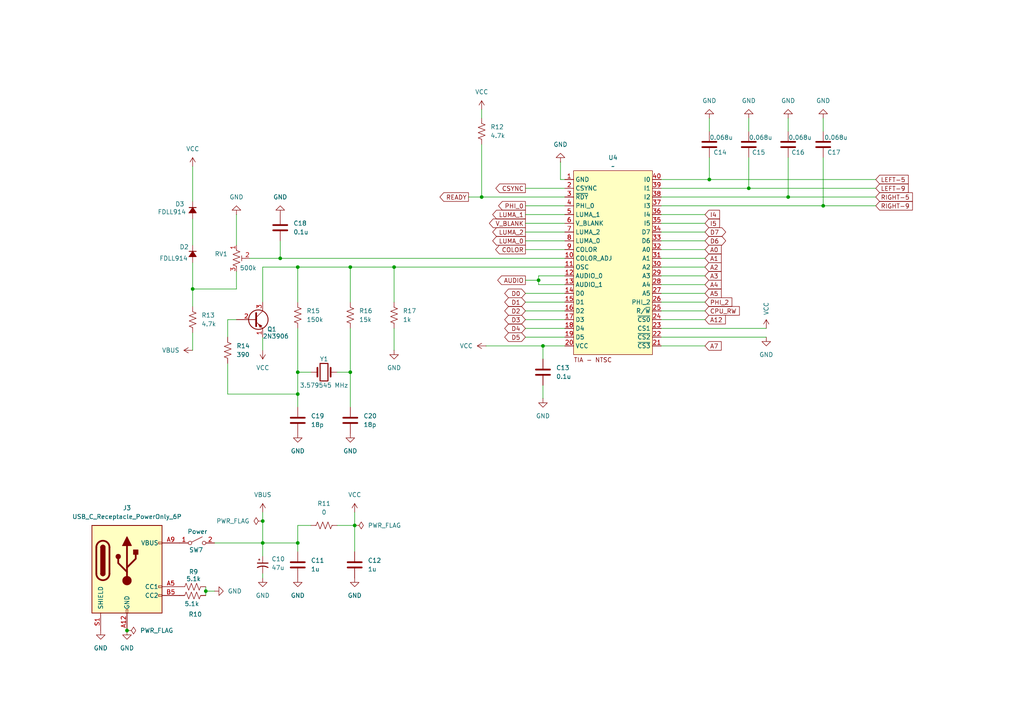
<source format=kicad_sch>
(kicad_sch (version 20231120) (generator "eeschema") (generator_version "8.0")
  (paper "A4")
  (lib_symbols
    (symbol "Atari2600_Library:TIA-NTSC"
      (property "Reference" "U" (at 0.762 1.016 0))
      (symbol "TIA-NTSC_1_1"
        (rectangle (start 0 0) (end 22.86 -53.34) (fill (type background)))
        (text "TIA - NTSC" (at 5.588 -54.864 0) (effects (font (size 1.27 1.27))))
        (pin power_in line (at -2.54 -2.54 0) (length 2.54) (name "GND") (number "1"))
        (pin input line (at -2.54 -25.4 0) (length 2.54) (name "COLOR_ADJ") (number "10"))
        (pin input line (at -2.54 -27.94 0) (length 2.54) (name "OSC") (number "11"))
        (pin output line (at -2.54 -30.48 0) (length 2.54) (name "AUDIO_0") (number "12"))
        (pin passive line (at -2.54 -33.02 0) (length 2.54) (name "AUDIO_1") (number "13"))
        (pin bidirectional line (at -2.54 -35.56 0) (length 2.54) (name "D0") (number "14"))
        (pin bidirectional line (at -2.54 -38.1 0) (length 2.54) (name "D1") (number "15"))
        (pin bidirectional line (at -2.54 -40.64 0) (length 2.54) (name "D2") (number "16"))
        (pin bidirectional line (at -2.54 -43.18 0) (length 2.54) (name "D3") (number "17"))
        (pin bidirectional line (at -2.54 -45.72 0) (length 2.54) (name "D4") (number "18"))
        (pin bidirectional line (at -2.54 -48.26 0) (length 2.54) (name "D5") (number "19"))
        (pin output line (at -2.54 -5.08 0) (length 2.54) (name "CSYNC") (number "2"))
        (pin power_in line (at -2.54 -50.8 0) (length 2.54) (name "VCC") (number "20"))
        (pin input line (at 25.4 -50.8 180) (length 2.54) (name "~{CS3}") (number "21"))
        (pin input line (at 25.4 -48.26 180) (length 2.54) (name "~{CS2}") (number "22"))
        (pin input line (at 25.4 -45.72 180) (length 2.54) (name "CS1") (number "23"))
        (pin input line (at 25.4 -43.18 180) (length 2.54) (name "~{CS0}") (number "24"))
        (pin input line (at 25.4 -40.64 180) (length 2.54) (name "R/~{W}") (number "25"))
        (pin input line (at 25.4 -38.1 180) (length 2.54) (name "PHI_2") (number "26"))
        (pin input line (at 25.4 -35.56 180) (length 2.54) (name "A5") (number "27"))
        (pin input line (at 25.4 -33.02 180) (length 2.54) (name "A4") (number "28"))
        (pin input line (at 25.4 -30.48 180) (length 2.54) (name "A3") (number "29"))
        (pin output line (at -2.54 -7.62 0) (length 2.54) (name "~{RDY}") (number "3"))
        (pin input line (at 25.4 -27.94 180) (length 2.54) (name "A2") (number "30"))
        (pin input line (at 25.4 -25.4 180) (length 2.54) (name "A1") (number "31"))
        (pin input line (at 25.4 -22.86 180) (length 2.54) (name "A0") (number "32"))
        (pin bidirectional line (at 25.4 -20.32 180) (length 2.54) (name "D6") (number "33"))
        (pin bidirectional line (at 25.4 -17.78 180) (length 2.54) (name "D7") (number "34"))
        (pin input line (at 25.4 -15.24 180) (length 2.54) (name "I5") (number "35"))
        (pin input line (at 25.4 -12.7 180) (length 2.54) (name "I4") (number "36"))
        (pin input line (at 25.4 -10.16 180) (length 2.54) (name "I3") (number "37"))
        (pin input line (at 25.4 -7.62 180) (length 2.54) (name "I2") (number "38"))
        (pin input line (at 25.4 -5.08 180) (length 2.54) (name "I1") (number "39"))
        (pin output line (at -2.54 -10.16 0) (length 2.54) (name "PHI_0") (number "4"))
        (pin input line (at 25.4 -2.54 180) (length 2.54) (name "I0") (number "40"))
        (pin output line (at -2.54 -12.7 0) (length 2.54) (name "LUMA_1") (number "5"))
        (pin output line (at -2.54 -15.24 0) (length 2.54) (name "V_BLANK") (number "6"))
        (pin output line (at -2.54 -17.78 0) (length 2.54) (name "LUMA_2") (number "7"))
        (pin output line (at -2.54 -20.32 0) (length 2.54) (name "LUMA_0") (number "8"))
        (pin output line (at -2.54 -22.86 0) (length 2.54) (name "COLOR") (number "9"))
      )
    )
    (symbol "Connector:USB_C_Receptacle_PowerOnly_6P" (pin_names (offset 1.016))
      (property "Reference" "J" (at 0 16.51 0))
      (property "Value" "USB_C_Receptacle_PowerOnly_6P" (at 0 13.97 0))
      (symbol "USB_C_Receptacle_PowerOnly_6P_0_0"
        (rectangle (start -0.254 -12.7) (end 0.254 -11.684))
        (rectangle (start 10.16 -7.366) (end 9.144 -7.874))
        (rectangle (start 10.16 -4.826) (end 9.144 -5.334))
        (rectangle (start 10.16 7.874) (end 9.144 7.366))
      )
      (symbol "USB_C_Receptacle_PowerOnly_6P_0_1"
        (rectangle (start -10.16 12.7) (end 10.16 -12.7) (stroke (width 0.254)) (fill (type background)))
        (arc (start -8.89 -1.27) (mid -6.985 -3.1667) (end -5.08 -1.27) (stroke (width 0.508)))
        (arc (start -7.62 -1.27) (mid -6.985 -1.9023) (end -6.35 -1.27) (stroke (width 0.254)))
        (arc (start -7.62 -1.27) (mid -6.985 -1.9023) (end -6.35 -1.27) (stroke (width 0.254)) (fill (type outline)))
        (rectangle (start -7.62 -1.27) (end -6.35 6.35) (stroke (width 0.254)) (fill (type outline)))
        (arc (start -6.35 6.35) (mid -6.985 6.9823) (end -7.62 6.35) (stroke (width 0.254)))
        (arc (start -6.35 6.35) (mid -6.985 6.9823) (end -7.62 6.35) (stroke (width 0.254)) (fill (type outline)))
        (arc (start -5.08 6.35) (mid -6.985 8.2467) (end -8.89 6.35) (stroke (width 0.508)))
        (circle (center -2.54 3.683) (radius 0.635) (stroke (width 0.254)) (fill (type outline)))
        (circle (center 0 -3.302) (radius 1.27) (fill (type outline)))
        (polyline (pts (xy -8.89 -1.27) (xy -8.89 6.35)) (stroke (width 0.508)))
        (polyline (pts (xy -5.08 6.35) (xy -5.08 -1.27)) (stroke (width 0.508)))
        (polyline (pts (xy 0 -3.302) (xy 0 6.858)) (stroke (width 0.508)))
        (polyline (pts (xy 0 -0.762) (xy -2.54 1.778) (xy -2.54 3.048)) (stroke (width 0.508)))
        (polyline (pts (xy 0 0.508) (xy 2.54 3.048) (xy 2.54 4.318)) (stroke (width 0.508)))
        (polyline (pts (xy -1.27 6.858) (xy 0 9.398) (xy 1.27 6.858) (xy -1.27 6.858)) (stroke (width 0.254)) (fill (type outline)))
        (rectangle (start 1.905 4.318) (end 3.175 5.588) (stroke (width 0.254)) (fill (type outline)))
      )
      (symbol "USB_C_Receptacle_PowerOnly_6P_1_1"
        (pin passive line (at 0 -17.78 90) (length 5.08) (name "GND") (number "A12"))
        (pin bidirectional line (at 15.24 -5.08 180) (length 5.08) (name "CC1") (number "A5"))
        (pin passive line (at 15.24 7.62 180) (length 5.08) (name "VBUS") (number "A9"))
        (pin passive line (at 0 -17.78 90) (length 5.08) hide (name "GND") (number "B12"))
        (pin bidirectional line (at 15.24 -7.62 180) (length 5.08) (name "CC2") (number "B5"))
        (pin passive line (at 15.24 7.62 180) (length 5.08) hide (name "VBUS") (number "B9"))
        (pin passive line (at -7.62 -17.78 90) (length 5.08) (name "SHIELD") (number "S1"))
      )
    )
    (symbol "Device:C" (pin_numbers hide) (pin_names (offset 0.254))
      (property "Reference" "C" (at 0.635 2.54 0))
      (property "Value" "C" (at 0.635 -2.54 0))
      (symbol "C_0_1"
        (polyline (pts (xy -2.032 -0.762) (xy 2.032 -0.762)) (stroke (width 0.508)))
        (polyline (pts (xy -2.032 0.762) (xy 2.032 0.762)) (stroke (width 0.508)))
      )
      (symbol "C_1_1"
        (pin passive line (at 0 3.81 270) (length 2.794) (name "~") (number "1"))
        (pin passive line (at 0 -3.81 90) (length 2.794) (name "~") (number "2"))
      )
    )
    (symbol "Device:C_Polarized_Small_US" (pin_numbers hide) (pin_names (offset 0.254) hide)
      (property "Reference" "C" (at 0.254 1.778 0))
      (property "Value" "C_Polarized_Small_US" (at 0.254 -2.032 0))
      (symbol "C_Polarized_Small_US_0_1"
        (polyline (pts (xy -1.524 0.508) (xy 1.524 0.508)) (stroke (width 0.3048)))
        (polyline (pts (xy -1.27 1.524) (xy -0.762 1.524)))
        (polyline (pts (xy -1.016 1.27) (xy -1.016 1.778)))
        (arc (start 1.524 -0.762) (mid 0 -0.3734) (end -1.524 -0.762) (stroke (width 0.3048)))
      )
      (symbol "C_Polarized_Small_US_1_1"
        (pin passive line (at 0 2.54 270) (length 2.032) (name "~") (number "1"))
        (pin passive line (at 0 -2.54 90) (length 2.032) (name "~") (number "2"))
      )
    )
    (symbol "Device:Crystal" (pin_numbers hide) (pin_names (offset 1.016) hide)
      (property "Reference" "Y" (at 0 3.81 0))
      (property "Value" "Crystal" (at 0 -3.81 0))
      (symbol "Crystal_0_1"
        (rectangle (start -1.143 2.54) (end 1.143 -2.54) (stroke (width 0.3048)))
        (polyline (pts (xy -2.54 0) (xy -1.905 0)))
        (polyline (pts (xy -1.905 -1.27) (xy -1.905 1.27)) (stroke (width 0.508)))
        (polyline (pts (xy 1.905 -1.27) (xy 1.905 1.27)) (stroke (width 0.508)))
        (polyline (pts (xy 2.54 0) (xy 1.905 0)))
      )
      (symbol "Crystal_1_1"
        (pin passive line (at -3.81 0 0) (length 1.27) (name "1") (number "1"))
        (pin passive line (at 3.81 0 180) (length 1.27) (name "2") (number "2"))
      )
    )
    (symbol "Device:D_Small_Filled" (pin_numbers hide) (pin_names (offset 0.254) hide)
      (property "Reference" "D" (at -1.27 2.032 0))
      (property "Value" "D_Small_Filled" (at -3.81 -2.032 0))
      (symbol "D_Small_Filled_0_1"
        (polyline (pts (xy -0.762 -1.016) (xy -0.762 1.016)) (stroke (width 0.254)))
        (polyline (pts (xy -0.762 0) (xy 0.762 0)))
        (polyline (pts (xy 0.762 -1.016) (xy -0.762 0) (xy 0.762 1.016) (xy 0.762 -1.016)) (stroke (width 0.254)) (fill (type outline)))
      )
      (symbol "D_Small_Filled_1_1"
        (pin passive line (at -2.54 0 0) (length 1.778) (name "K") (number "1"))
        (pin passive line (at 2.54 0 180) (length 1.778) (name "A") (number "2"))
      )
    )
    (symbol "Device:R_Potentiometer_Trim_US" (pin_names (offset 1.016) hide)
      (property "Reference" "RV" (at -4.445 0 90))
      (property "Value" "R_Potentiometer_Trim_US" (at -2.54 0 90))
      (symbol "R_Potentiometer_Trim_US_0_1"
        (polyline (pts (xy 0 -2.286) (xy 0 -2.54)))
        (polyline (pts (xy 0 2.286) (xy 0 2.54)))
        (polyline (pts (xy 1.524 0.762) (xy 1.524 -0.762)))
        (polyline (pts (xy 2.54 0) (xy 1.524 0)))
        (polyline (pts (xy 0 -0.762) (xy 1.016 -1.143) (xy 0 -1.524) (xy -1.016 -1.905) (xy 0 -2.286)))
        (polyline (pts (xy 0 0.762) (xy 1.016 0.381) (xy 0 0) (xy -1.016 -0.381) (xy 0 -0.762)))
        (polyline (pts (xy 0 2.286) (xy 1.016 1.905) (xy 0 1.524) (xy -1.016 1.143) (xy 0 0.762)))
      )
      (symbol "R_Potentiometer_Trim_US_1_1"
        (pin passive line (at 0 3.81 270) (length 1.27) (name "1") (number "1"))
        (pin passive line (at 3.81 0 180) (length 1.27) (name "2") (number "2"))
        (pin passive line (at 0 -3.81 90) (length 1.27) (name "3") (number "3"))
      )
    )
    (symbol "Device:R_US" (pin_numbers hide) (pin_names (offset 0))
      (property "Reference" "R" (at 2.54 0 90))
      (property "Value" "R_US" (at -2.54 0 90))
      (symbol "R_US_0_1"
        (polyline (pts (xy 0 -2.286) (xy 0 -2.54)))
        (polyline (pts (xy 0 2.286) (xy 0 2.54)))
        (polyline (pts (xy 0 -0.762) (xy 1.016 -1.143) (xy 0 -1.524) (xy -1.016 -1.905) (xy 0 -2.286)))
        (polyline (pts (xy 0 0.762) (xy 1.016 0.381) (xy 0 0) (xy -1.016 -0.381) (xy 0 -0.762)))
        (polyline (pts (xy 0 2.286) (xy 1.016 1.905) (xy 0 1.524) (xy -1.016 1.143) (xy 0 0.762)))
      )
      (symbol "R_US_1_1"
        (pin passive line (at 0 3.81 270) (length 1.27) (name "~") (number "1"))
        (pin passive line (at 0 -3.81 90) (length 1.27) (name "~") (number "2"))
      )
    )
    (symbol "Switch:SW_SPST" (pin_names (offset 0) hide)
      (property "Reference" "SW" (at 0 3.175 0))
      (property "Value" "SW_SPST" (at 0 -2.54 0))
      (symbol "SW_SPST_0_0"
        (circle (center -2.032 0) (radius 0.508))
        (polyline (pts (xy -1.524 0.254) (xy 1.524 1.778)))
        (circle (center 2.032 0) (radius 0.508))
      )
      (symbol "SW_SPST_1_1"
        (pin passive line (at -5.08 0 0) (length 2.54) (name "A") (number "1"))
        (pin passive line (at 5.08 0 180) (length 2.54) (name "B") (number "2"))
      )
    )
    (symbol "Transistor_BJT:2N3906" (pin_names (offset 0) hide)
      (property "Reference" "Q" (at 5.08 1.905 0))
      (property "Value" "2N3906" (at 5.08 0 0))
      (symbol "2N3906_0_1"
        (polyline (pts (xy 0.635 0.635) (xy 2.54 2.54)))
        (polyline (pts (xy 0.635 -0.635) (xy 2.54 -2.54) (xy 2.54 -2.54)))
        (polyline (pts (xy 0.635 1.905) (xy 0.635 -1.905) (xy 0.635 -1.905)) (stroke (width 0.508)))
        (polyline (pts (xy 2.286 -1.778) (xy 1.778 -2.286) (xy 1.27 -1.27) (xy 2.286 -1.778) (xy 2.286 -1.778)) (fill (type outline)))
        (circle (center 1.27 0) (radius 2.8194) (stroke (width 0.254)))
      )
      (symbol "2N3906_1_1"
        (pin passive line (at 2.54 -5.08 90) (length 2.54) (name "E") (number "1"))
        (pin input line (at -5.08 0 0) (length 5.715) (name "B") (number "2"))
        (pin passive line (at 2.54 5.08 270) (length 2.54) (name "C") (number "3"))
      )
    )
    (symbol "power:GND" (power) (pin_numbers hide) (pin_names (offset 0) hide)
      (property "Value" "GND" (at 0 -3.81 0))
      (symbol "GND_0_1"
        (polyline (pts (xy 0 0) (xy 0 -1.27) (xy 1.27 -1.27) (xy 0 -2.54) (xy -1.27 -1.27) (xy 0 -1.27)))
      )
      (symbol "GND_1_1"
        (pin power_in line (at 0 0 270) (length 0) (name "~") (number "1"))
      )
    )
    (symbol "power:PWR_FLAG" (power) (pin_numbers hide) (pin_names (offset 0) hide)
      (property "Value" "PWR_FLAG" (at 0 3.81 0))
      (symbol "PWR_FLAG_0_0"
        (pin power_out line (at 0 0 90) (length 0) (name "~") (number "1"))
      )
      (symbol "PWR_FLAG_0_1"
        (polyline (pts (xy 0 0) (xy 0 1.27) (xy -1.016 1.905) (xy 0 2.54) (xy 1.016 1.905) (xy 0 1.27)))
      )
    )
    (symbol "power:VBUS" (power) (pin_numbers hide) (pin_names (offset 0) hide)
      (property "Value" "VBUS" (at 0 3.556 0))
      (symbol "VBUS_0_1"
        (polyline (pts (xy -0.762 1.27) (xy 0 2.54)))
        (polyline (pts (xy 0 0) (xy 0 2.54)))
        (polyline (pts (xy 0 2.54) (xy 0.762 1.27)))
      )
      (symbol "VBUS_1_1"
        (pin power_in line (at 0 0 90) (length 0) (name "~") (number "1"))
      )
    )
    (symbol "power:VCC" (power) (pin_numbers hide) (pin_names (offset 0) hide)
      (property "Value" "VCC" (at 0 3.556 0))
      (symbol "VCC_0_1"
        (polyline (pts (xy -0.762 1.27) (xy 0 2.54)))
        (polyline (pts (xy 0 0) (xy 0 2.54)))
        (polyline (pts (xy 0 2.54) (xy 0.762 1.27)))
      )
      (symbol "VCC_1_1"
        (pin power_in line (at 0 0 90) (length 0) (name "~") (number "1"))
      )
    )
  )
  (junction (at 102.87 152.4))
  (junction (at 55.88 83.82))
  (junction (at 156.21 81.28))
  (junction (at 76.2 151.13))
  (junction (at 228.6 57.15))
  (junction (at 36.83 182.88))
  (junction (at 157.48 100.33))
  (junction (at 139.7 57.15))
  (junction (at 59.69 171.45))
  (junction (at 205.74 52.07))
  (junction (at 86.36 107.95))
  (junction (at 81.28 74.93))
  (junction (at 86.36 114.3))
  (junction (at 101.6 77.47))
  (junction (at 101.6 107.95))
  (junction (at 217.17 54.61))
  (junction (at 86.36 157.48))
  (junction (at 86.36 77.47))
  (junction (at 238.76 59.69))
  (junction (at 114.3 77.47))
  (junction (at 76.2 157.48))
  (wire (pts (xy 68.58 78.74) (xy 68.58 83.82)))
  (wire (pts (xy 217.17 45.72) (xy 217.17 54.61)))
  (wire (pts (xy 86.36 77.47) (xy 76.2 77.47)))
  (wire (pts (xy 86.36 107.95) (xy 86.36 114.3)))
  (wire (pts (xy 152.4 59.69) (xy 163.83 59.69)))
  (wire (pts (xy 152.4 95.25) (xy 163.83 95.25)))
  (wire (pts (xy 101.6 77.47) (xy 86.36 77.47)))
  (wire (pts (xy 76.2 151.13) (xy 76.2 157.48)))
  (wire (pts (xy 55.88 48.26) (xy 55.88 58.42)))
  (wire (pts (xy 191.77 87.63) (xy 204.47 87.63)))
  (wire (pts (xy 76.2 157.48) (xy 76.2 161.29)))
  (wire (pts (xy 86.36 157.48) (xy 86.36 160.02)))
  (wire (pts (xy 228.6 38.1) (xy 228.6 34.29)))
  (wire (pts (xy 140.97 100.33) (xy 157.48 100.33)))
  (wire (pts (xy 152.4 90.17) (xy 163.83 90.17)))
  (wire (pts (xy 163.83 74.93) (xy 81.28 74.93)))
  (wire (pts (xy 76.2 148.59) (xy 76.2 151.13)))
  (wire (pts (xy 191.77 72.39) (xy 204.47 72.39)))
  (wire (pts (xy 114.3 95.25) (xy 114.3 101.6)))
  (wire (pts (xy 152.4 97.79) (xy 163.83 97.79)))
  (wire (pts (xy 191.77 97.79) (xy 222.25 97.79)))
  (wire (pts (xy 101.6 95.25) (xy 101.6 107.95)))
  (wire (pts (xy 139.7 57.15) (xy 163.83 57.15)))
  (wire (pts (xy 162.56 46.99) (xy 162.56 52.07)))
  (wire (pts (xy 191.77 85.09) (xy 204.47 85.09)))
  (wire (pts (xy 162.56 52.07) (xy 163.83 52.07)))
  (wire (pts (xy 152.4 62.23) (xy 163.83 62.23)))
  (wire (pts (xy 152.4 85.09) (xy 163.83 85.09)))
  (wire (pts (xy 139.7 41.91) (xy 139.7 57.15)))
  (wire (pts (xy 191.77 54.61) (xy 217.17 54.61)))
  (wire (pts (xy 101.6 107.95) (xy 101.6 118.11)))
  (wire (pts (xy 191.77 69.85) (xy 204.47 69.85)))
  (wire (pts (xy 191.77 92.71) (xy 204.47 92.71)))
  (wire (pts (xy 102.87 148.59) (xy 102.87 152.4)))
  (wire (pts (xy 152.4 87.63) (xy 163.83 87.63)))
  (wire (pts (xy 59.69 170.18) (xy 59.69 171.45)))
  (wire (pts (xy 114.3 77.47) (xy 114.3 87.63)))
  (wire (pts (xy 86.36 152.4) (xy 90.17 152.4)))
  (wire (pts (xy 152.4 81.28) (xy 156.21 81.28)))
  (wire (pts (xy 152.4 64.77) (xy 163.83 64.77)))
  (wire (pts (xy 97.79 107.95) (xy 101.6 107.95)))
  (wire (pts (xy 152.4 69.85) (xy 163.83 69.85)))
  (wire (pts (xy 191.77 80.01) (xy 204.47 80.01)))
  (wire (pts (xy 55.88 96.52) (xy 55.88 101.6)))
  (wire (pts (xy 102.87 152.4) (xy 102.87 160.02)))
  (wire (pts (xy 156.21 80.01) (xy 163.83 80.01)))
  (wire (pts (xy 217.17 38.1) (xy 217.17 34.29)))
  (wire (pts (xy 76.2 97.79) (xy 76.2 101.6)))
  (wire (pts (xy 55.88 76.2) (xy 55.88 83.82)))
  (wire (pts (xy 191.77 59.69) (xy 238.76 59.69)))
  (wire (pts (xy 62.23 157.48) (xy 76.2 157.48)))
  (wire (pts (xy 191.77 82.55) (xy 204.47 82.55)))
  (wire (pts (xy 191.77 57.15) (xy 228.6 57.15)))
  (wire (pts (xy 191.77 95.25) (xy 222.25 95.25)))
  (wire (pts (xy 101.6 77.47) (xy 101.6 87.63)))
  (wire (pts (xy 76.2 167.64) (xy 76.2 166.37)))
  (wire (pts (xy 191.77 77.47) (xy 204.47 77.47)))
  (wire (pts (xy 238.76 45.72) (xy 238.76 59.69)))
  (wire (pts (xy 139.7 31.75) (xy 139.7 34.29)))
  (wire (pts (xy 152.4 54.61) (xy 163.83 54.61)))
  (wire (pts (xy 114.3 77.47) (xy 101.6 77.47)))
  (wire (pts (xy 191.77 74.93) (xy 204.47 74.93)))
  (wire (pts (xy 152.4 92.71) (xy 163.83 92.71)))
  (wire (pts (xy 157.48 111.76) (xy 157.48 115.57)))
  (wire (pts (xy 97.79 152.4) (xy 102.87 152.4)))
  (wire (pts (xy 86.36 95.25) (xy 86.36 107.95)))
  (wire (pts (xy 191.77 67.31) (xy 204.47 67.31)))
  (wire (pts (xy 86.36 114.3) (xy 66.04 114.3)))
  (wire (pts (xy 217.17 54.61) (xy 254 54.61)))
  (wire (pts (xy 86.36 77.47) (xy 86.36 87.63)))
  (wire (pts (xy 228.6 45.72) (xy 228.6 57.15)))
  (wire (pts (xy 68.58 62.23) (xy 68.58 71.12)))
  (wire (pts (xy 76.2 77.47) (xy 76.2 87.63)))
  (wire (pts (xy 59.69 171.45) (xy 59.69 172.72)))
  (wire (pts (xy 55.88 83.82) (xy 55.88 88.9)))
  (wire (pts (xy 66.04 92.71) (xy 66.04 97.79)))
  (wire (pts (xy 156.21 82.55) (xy 156.21 81.28)))
  (wire (pts (xy 86.36 157.48) (xy 86.36 152.4)))
  (wire (pts (xy 163.83 77.47) (xy 114.3 77.47)))
  (wire (pts (xy 205.74 52.07) (xy 254 52.07)))
  (wire (pts (xy 205.74 45.72) (xy 205.74 52.07)))
  (wire (pts (xy 152.4 67.31) (xy 163.83 67.31)))
  (wire (pts (xy 135.89 57.15) (xy 139.7 57.15)))
  (wire (pts (xy 191.77 64.77) (xy 204.47 64.77)))
  (wire (pts (xy 86.36 107.95) (xy 90.17 107.95)))
  (wire (pts (xy 55.88 83.82) (xy 68.58 83.82)))
  (wire (pts (xy 228.6 57.15) (xy 254 57.15)))
  (wire (pts (xy 191.77 100.33) (xy 204.47 100.33)))
  (wire (pts (xy 205.74 38.1) (xy 205.74 34.29)))
  (wire (pts (xy 81.28 69.85) (xy 81.28 74.93)))
  (wire (pts (xy 238.76 59.69) (xy 254 59.69)))
  (wire (pts (xy 191.77 62.23) (xy 204.47 62.23)))
  (wire (pts (xy 238.76 38.1) (xy 238.76 34.29)))
  (wire (pts (xy 156.21 81.28) (xy 156.21 80.01)))
  (wire (pts (xy 66.04 105.41) (xy 66.04 114.3)))
  (wire (pts (xy 81.28 74.93) (xy 72.39 74.93)))
  (wire (pts (xy 86.36 114.3) (xy 86.36 118.11)))
  (wire (pts (xy 59.69 171.45) (xy 62.23 171.45)))
  (wire (pts (xy 191.77 52.07) (xy 205.74 52.07)))
  (wire (pts (xy 157.48 100.33) (xy 163.83 100.33)))
  (wire (pts (xy 68.58 92.71) (xy 66.04 92.71)))
  (wire (pts (xy 191.77 90.17) (xy 204.47 90.17)))
  (wire (pts (xy 55.88 63.5) (xy 55.88 71.12)))
  (wire (pts (xy 163.83 82.55) (xy 156.21 82.55)))
  (wire (pts (xy 76.2 157.48) (xy 86.36 157.48)))
  (wire (pts (xy 152.4 72.39) (xy 163.83 72.39)))
  (wire (pts (xy 157.48 100.33) (xy 157.48 104.14)))
  (global_label "A12" (shape input) (at 204.47 92.71 0) (property "Intersheetrefs" "${INTERSHEET_REFS}" (effects (hide yes))))
  (global_label "D2" (shape bidirectional) (at 152.4 90.17 180) (property "Intersheetrefs" "${INTERSHEET_REFS}" (effects (hide yes))))
  (global_label "D1" (shape bidirectional) (at 152.4 87.63 180) (property "Intersheetrefs" "${INTERSHEET_REFS}" (effects (hide yes))))
  (global_label "A4" (shape input) (at 204.47 82.55 0) (property "Intersheetrefs" "${INTERSHEET_REFS}" (effects (hide yes))))
  (global_label "D5" (shape bidirectional) (at 152.4 97.79 180) (property "Intersheetrefs" "${INTERSHEET_REFS}" (effects (hide yes))))
  (global_label "PHI_0" (shape output) (at 152.4 59.69 180) (property "Intersheetrefs" "${INTERSHEET_REFS}" (effects (hide yes))))
  (global_label "V_BLANK" (shape output) (at 152.4 64.77 180) (property "Intersheetrefs" "${INTERSHEET_REFS}" (effects (hide yes))))
  (global_label "A2" (shape input) (at 204.47 77.47 0) (property "Intersheetrefs" "${INTERSHEET_REFS}" (effects (hide yes))))
  (global_label "I5" (shape input) (at 204.47 64.77 0) (property "Intersheetrefs" "${INTERSHEET_REFS}" (effects (hide yes))))
  (global_label "PHI_2" (shape input) (at 204.47 87.63 0) (property "Intersheetrefs" "${INTERSHEET_REFS}" (effects (hide yes))))
  (global_label "I4" (shape input) (at 204.47 62.23 0) (property "Intersheetrefs" "${INTERSHEET_REFS}" (effects (hide yes))))
  (global_label "AUDIO" (shape output) (at 152.4 81.28 180) (property "Intersheetrefs" "${INTERSHEET_REFS}" (effects (hide yes))))
  (global_label "RIGHT-5" (shape input) (at 254 57.15 0) (property "Intersheetrefs" "${INTERSHEET_REFS}" (effects (hide yes))))
  (global_label "LUMA_0" (shape output) (at 152.4 69.85 180) (property "Intersheetrefs" "${INTERSHEET_REFS}" (effects (hide yes))))
  (global_label "D3" (shape bidirectional) (at 152.4 92.71 180) (property "Intersheetrefs" "${INTERSHEET_REFS}" (effects (hide yes))))
  (global_label "COLOR" (shape output) (at 152.4 72.39 180) (property "Intersheetrefs" "${INTERSHEET_REFS}" (effects (hide yes))))
  (global_label "A3" (shape input) (at 204.47 80.01 0) (property "Intersheetrefs" "${INTERSHEET_REFS}" (effects (hide yes))))
  (global_label "D4" (shape bidirectional) (at 152.4 95.25 180) (property "Intersheetrefs" "${INTERSHEET_REFS}" (effects (hide yes))))
  (global_label "D0" (shape bidirectional) (at 152.4 85.09 180) (property "Intersheetrefs" "${INTERSHEET_REFS}" (effects (hide yes))))
  (global_label "D7" (shape bidirectional) (at 204.47 67.31 0) (property "Intersheetrefs" "${INTERSHEET_REFS}" (effects (hide yes))))
  (global_label "READY" (shape output) (at 135.89 57.15 180) (property "Intersheetrefs" "${INTERSHEET_REFS}" (effects (hide yes))))
  (global_label "CSYNC" (shape output) (at 152.4 54.61 180) (property "Intersheetrefs" "${INTERSHEET_REFS}" (effects (hide yes))))
  (global_label "LUMA_1" (shape output) (at 152.4 62.23 180) (property "Intersheetrefs" "${INTERSHEET_REFS}" (effects (hide yes))))
  (global_label "LEFT-5" (shape input) (at 254 52.07 0) (property "Intersheetrefs" "${INTERSHEET_REFS}" (effects (hide yes))))
  (global_label "A1" (shape input) (at 204.47 74.93 0) (property "Intersheetrefs" "${INTERSHEET_REFS}" (effects (hide yes))))
  (global_label "A7" (shape input) (at 204.47 100.33 0) (property "Intersheetrefs" "${INTERSHEET_REFS}" (effects (hide yes))))
  (global_label "LEFT-9" (shape input) (at 254 54.61 0) (property "Intersheetrefs" "${INTERSHEET_REFS}" (effects (hide yes))))
  (global_label "CPU_RW" (shape input) (at 204.47 90.17 0) (property "Intersheetrefs" "${INTERSHEET_REFS}" (effects (hide yes))))
  (global_label "A0" (shape input) (at 204.47 72.39 0) (property "Intersheetrefs" "${INTERSHEET_REFS}" (effects (hide yes))))
  (global_label "LUMA_2" (shape output) (at 152.4 67.31 180) (property "Intersheetrefs" "${INTERSHEET_REFS}" (effects (hide yes))))
  (global_label "D6" (shape bidirectional) (at 204.47 69.85 0) (property "Intersheetrefs" "${INTERSHEET_REFS}" (effects (hide yes))))
  (global_label "A5" (shape input) (at 204.47 85.09 0) (property "Intersheetrefs" "${INTERSHEET_REFS}" (effects (hide yes))))
  (global_label "RIGHT-9" (shape input) (at 254 59.69 0) (property "Intersheetrefs" "${INTERSHEET_REFS}" (effects (hide yes))))
  (symbol (lib_id "power:GND") (at 102.87 167.64 0) (unit 1)
    (property "Reference" "#PWR044" (effects (hide yes)))
    (property "Value" "GND" (at 102.87 172.72 0))
    (property "Description" "Power symbol creates a global label with name \"GND\" , ground" (effects (hide yes)))
  )
  (symbol (lib_id "power:VBUS") (at 76.2 148.59 0) (unit 1)
    (property "Reference" "#PWR040" (effects (hide yes)))
    (property "Value" "VBUS" (at 76.2 143.51 0))
    (property "Description" "Power symbol creates a global label with name \"VBUS\"" (effects (hide yes)))
  )
  (symbol (lib_id "Device:C") (at 157.48 107.95 0) (unit 1)
    (property "Reference" "C13" (at 161.29 106.6799 0) (effects (justify left)))
    (property "Value" "0.1u" (at 161.29 109.2199 0) (effects (justify left)))
    (property "Description" "Unpolarized capacitor" (effects (hide yes)))
  )
  (symbol (lib_id "power:PWR_FLAG") (at 102.87 152.4 270) (unit 1)
    (property "Reference" "#FLG01" (effects (hide yes)))
    (property "Value" "PWR_FLAG" (at 106.68 152.3999 90) (effects (justify left)))
    (property "Description" "Special symbol for telling ERC where power comes from" (effects (hide yes)))
  )
  (symbol (lib_id "Device:C") (at 217.17 41.91 180) (unit 1)
    (property "Reference" "C15" (at 221.996 44.196 0) (effects (justify left)))
    (property "Value" "0.068u" (at 224.028 39.878 0) (effects (justify left)))
    (property "Description" "Unpolarized capacitor" (effects (hide yes)))
  )
  (symbol (lib_id "power:GND") (at 76.2 167.64 0) (unit 1)
    (property "Reference" "#PWR041" (effects (hide yes)))
    (property "Value" "GND" (at 76.2 172.72 0))
    (property "Description" "Power symbol creates a global label with name \"GND\" , ground" (effects (hide yes)))
  )
  (symbol (lib_id "Device:R_Potentiometer_Trim_US") (at 68.58 74.93 0) (unit 1)
    (property "Reference" "RV1" (at 66.04 73.6599 0) (effects (justify right)))
    (property "Value" "500k" (at 74.422 77.724 0) (effects (justify right)))
    (property "Description" "Trim-potentiometer, US symbol" (effects (hide yes)))
  )
  (symbol (lib_id "power:VBUS") (at 55.88 101.6 90) (unit 1)
    (property "Reference" "#PWR055" (effects (hide yes)))
    (property "Value" "VBUS" (at 52.07 101.5999 90) (effects (justify left)))
    (property "Description" "Power symbol creates a global label with name \"VBUS\"" (effects (hide yes)))
  )
  (symbol (lib_id "Atari2600_Library:TIA-NTSC") (at 166.37 49.53 0) (unit 1)
    (property "Reference" "U4" (at 177.8 45.72 0))
    (property "Value" "~" (at 177.8 48.26 0))
  )
  (symbol (lib_id "power:GND") (at 162.56 46.99 180) (unit 1)
    (property "Reference" "#PWR045" (effects (hide yes)))
    (property "Value" "GND" (at 162.56 41.91 0))
    (property "Description" "Power symbol creates a global label with name \"GND\" , ground" (effects (hide yes)))
  )
  (symbol (lib_id "Device:R_US") (at 55.88 170.18 90) (unit 1)
    (property "Reference" "R9" (at 56.134 165.862 90))
    (property "Value" "5.1k" (at 56.134 167.894 90))
    (property "Description" "Resistor, US symbol" (effects (hide yes)))
  )
  (symbol (lib_id "power:GND") (at 217.17 34.29 180) (unit 1)
    (property "Reference" "#PWR052" (effects (hide yes)))
    (property "Value" "GND" (at 217.17 29.21 0))
    (property "Description" "Power symbol creates a global label with name \"GND\" , ground" (effects (hide yes)))
  )
  (symbol (lib_id "power:VCC") (at 140.97 100.33 90) (unit 1)
    (property "Reference" "#PWR048" (effects (hide yes)))
    (property "Value" "VCC" (at 137.16 100.3299 90) (effects (justify left)))
    (property "Description" "Power symbol creates a global label with name \"VCC\"" (effects (hide yes)))
  )
  (symbol (lib_id "power:GND") (at 36.83 182.88 0) (unit 1)
    (property "Reference" "#PWR038" (effects (hide yes)))
    (property "Value" "GND" (at 36.83 187.96 0))
    (property "Description" "Power symbol creates a global label with name \"GND\" , ground" (effects (hide yes)))
  )
  (symbol (lib_id "Device:C") (at 238.76 41.91 180) (unit 1)
    (property "Reference" "C17" (at 243.84 44.196 0) (effects (justify left)))
    (property "Value" "0.068u" (at 245.872 39.878 0) (effects (justify left)))
    (property "Description" "Unpolarized capacitor" (effects (hide yes)))
  )
  (symbol (lib_id "power:GND") (at 81.28 62.23 180) (unit 1)
    (property "Reference" "#PWR061" (effects (hide yes)))
    (property "Value" "GND" (at 81.28 57.15 0))
    (property "Description" "Power symbol creates a global label with name \"GND\" , ground" (effects (hide yes)))
  )
  (symbol (lib_id "power:GND") (at 29.21 182.88 0) (unit 1)
    (property "Reference" "#PWR039" (effects (hide yes)))
    (property "Value" "GND" (at 29.21 187.96 0))
    (property "Description" "Power symbol creates a global label with name \"GND\" , ground" (effects (hide yes)))
  )
  (symbol (lib_id "Device:C") (at 205.74 41.91 180) (unit 1)
    (property "Reference" "C14" (at 210.82 44.196 0) (effects (justify left)))
    (property "Value" "0.068u" (at 212.598 39.878 0) (effects (justify left)))
    (property "Description" "Unpolarized capacitor" (effects (hide yes)))
  )
  (symbol (lib_id "Device:C") (at 81.28 66.04 0) (unit 1)
    (property "Reference" "C18" (at 85.09 64.7699 0) (effects (justify left)))
    (property "Value" "0.1u" (at 85.09 67.3099 0) (effects (justify left)))
    (property "Description" "Unpolarized capacitor" (effects (hide yes)))
  )
  (symbol (lib_id "power:GND") (at 222.25 97.79 0) (unit 1)
    (property "Reference" "#PWR050" (effects (hide yes)))
    (property "Value" "GND" (at 222.25 102.87 0))
    (property "Description" "Power symbol creates a global label with name \"GND\" , ground" (effects (hide yes)))
  )
  (symbol (lib_id "power:GND") (at 101.6 125.73 0) (unit 1)
    (property "Reference" "#PWR058" (effects (hide yes)))
    (property "Value" "GND" (at 101.6 130.81 0))
    (property "Description" "Power symbol creates a global label with name \"GND\" , ground" (effects (hide yes)))
  )
  (symbol (lib_id "Device:D_Small_Filled") (at 55.88 60.96 270) (unit 1)
    (property "Reference" "D3" (at 50.8 59.182 90) (effects (justify left)))
    (property "Value" "FDLL914" (at 45.72 61.468 90) (effects (justify left)))
    (property "Description" "Diode, small symbol, filled shape" (effects (hide yes)))
    (property "Sim.Device" "D" (effects (hide yes)))
    (property "Sim.Pins" "1=K 2=A" (effects (hide yes)))
  )
  (symbol (lib_id "power:VCC") (at 102.87 148.59 0) (unit 1)
    (property "Reference" "#PWR043" (effects (hide yes)))
    (property "Value" "VCC" (at 102.87 143.51 0))
    (property "Description" "Power symbol creates a global label with name \"VCC\"" (effects (hide yes)))
  )
  (symbol (lib_id "Device:C") (at 102.87 163.83 0) (unit 1)
    (property "Reference" "C12" (at 106.68 162.5599 0) (effects (justify left)))
    (property "Value" "1u" (at 106.68 165.0999 0) (effects (justify left)))
    (property "Description" "Unpolarized capacitor" (effects (hide yes)))
  )
  (symbol (lib_id "power:GND") (at 114.3 101.6 0) (unit 1)
    (property "Reference" "#PWR059" (effects (hide yes)))
    (property "Value" "GND" (at 114.3 106.68 0))
    (property "Description" "Power symbol creates a global label with name \"GND\" , ground" (effects (hide yes)))
  )
  (symbol (lib_id "Device:R_US") (at 93.98 152.4 90) (unit 1)
    (property "Reference" "R11" (at 93.98 146.05 90))
    (property "Value" "0" (at 93.98 148.59 90))
    (property "Description" "Resistor, US symbol" (effects (hide yes)))
  )
  (symbol (lib_id "Device:R_US") (at 66.04 101.6 180) (unit 1)
    (property "Reference" "R14" (at 68.58 100.3299 0) (effects (justify right)))
    (property "Value" "390" (at 68.58 102.8699 0) (effects (justify right)))
    (property "Description" "Resistor, US symbol" (effects (hide yes)))
  )
  (symbol (lib_id "Device:R_US") (at 139.7 38.1 0) (unit 1)
    (property "Reference" "R12" (at 142.24 36.8299 0) (effects (justify left)))
    (property "Value" "4.7k" (at 142.24 39.3699 0) (effects (justify left)))
    (property "Description" "Resistor, US symbol" (effects (hide yes)))
  )
  (symbol (lib_id "power:GND") (at 86.36 167.64 0) (unit 1)
    (property "Reference" "#PWR042" (effects (hide yes)))
    (property "Value" "GND" (at 86.36 172.72 0))
    (property "Description" "Power symbol creates a global label with name \"GND\" , ground" (effects (hide yes)))
  )
  (symbol (lib_id "power:GND") (at 205.74 34.29 180) (unit 1)
    (property "Reference" "#PWR051" (effects (hide yes)))
    (property "Value" "GND" (at 205.74 29.21 0))
    (property "Description" "Power symbol creates a global label with name \"GND\" , ground" (effects (hide yes)))
  )
  (symbol (lib_id "Device:D_Small_Filled") (at 55.88 73.66 270) (unit 1)
    (property "Reference" "D2" (at 52.07 71.628 90) (effects (justify left)))
    (property "Value" "FDLL914" (at 46.228 74.93 90) (effects (justify left)))
    (property "Description" "Diode, small symbol, filled shape" (effects (hide yes)))
    (property "Sim.Device" "D" (effects (hide yes)))
    (property "Sim.Pins" "1=K 2=A" (effects (hide yes)))
  )
  (symbol (lib_id "power:VCC") (at 139.7 31.75 0) (unit 1)
    (property "Reference" "#PWR046" (effects (hide yes)))
    (property "Value" "VCC" (at 139.7 26.67 0))
    (property "Description" "Power symbol creates a global label with name \"VCC\"" (effects (hide yes)))
  )
  (symbol (lib_id "power:VCC") (at 222.25 95.25 0) (unit 1)
    (property "Reference" "#PWR049" (effects (hide yes)))
    (property "Value" "VCC" (at 222.2499 91.44 90) (effects (justify left)))
    (property "Description" "Power symbol creates a global label with name \"VCC\"" (effects (hide yes)))
  )
  (symbol (lib_id "Device:C") (at 228.6 41.91 180) (unit 1)
    (property "Reference" "C16" (at 233.426 44.196 0) (effects (justify left)))
    (property "Value" "0.068u" (at 235.458 39.878 0) (effects (justify left)))
    (property "Description" "Unpolarized capacitor" (effects (hide yes)))
  )
  (symbol (lib_id "Device:Crystal") (at 93.98 107.95 0) (unit 1)
    (property "Reference" "Y1" (at 93.98 104.14 0))
    (property "Value" "3.579545 MHz" (at 93.98 111.76 0))
    (property "Description" "Two pin crystal" (effects (hide yes)))
  )
  (symbol (lib_id "Device:R_US") (at 55.88 172.72 270) (unit 1)
    (property "Reference" "R10" (at 56.642 178.1781 90))
    (property "Value" "5.1k" (at 55.626 175.1301 90))
    (property "Description" "Resistor, US symbol" (effects (hide yes)))
  )
  (symbol (lib_id "Device:C_Polarized_Small_US") (at 76.2 163.83 0) (unit 1)
    (property "Reference" "C10" (at 78.74 162.1281 0) (effects (justify left)))
    (property "Value" "47u" (at 78.74 164.6681 0) (effects (justify left)))
    (property "Description" "Polarized capacitor, small US symbol" (effects (hide yes)))
  )
  (symbol (lib_id "power:PWR_FLAG") (at 76.2 151.13 90) (unit 1)
    (property "Reference" "#FLG02" (effects (hide yes)))
    (property "Value" "PWR_FLAG" (at 72.39 151.1299 90) (effects (justify left)))
    (property "Description" "Special symbol for telling ERC where power comes from" (effects (hide yes)))
  )
  (symbol (lib_id "power:PWR_FLAG") (at 36.83 182.88 270) (unit 1)
    (property "Reference" "#FLG03" (effects (hide yes)))
    (property "Value" "PWR_FLAG" (at 40.64 182.8799 90) (effects (justify left)))
    (property "Description" "Special symbol for telling ERC where power comes from" (effects (hide yes)))
  )
  (symbol (lib_id "power:VCC") (at 76.2 101.6 180) (unit 1)
    (property "Reference" "#PWR062" (effects (hide yes)))
    (property "Value" "VCC" (at 76.2 106.68 0))
    (property "Description" "Power symbol creates a global label with name \"VCC\"" (effects (hide yes)))
  )
  (symbol (lib_id "Device:C") (at 86.36 121.92 0) (unit 1)
    (property "Reference" "C19" (at 90.17 120.6499 0) (effects (justify left)))
    (property "Value" "18p" (at 90.17 123.1899 0) (effects (justify left)))
    (property "Description" "Unpolarized capacitor" (effects (hide yes)))
  )
  (symbol (lib_id "Device:R_US") (at 86.36 91.44 180) (unit 1)
    (property "Reference" "R15" (at 88.9 90.1699 0) (effects (justify right)))
    (property "Value" "150k" (at 88.9 92.7099 0) (effects (justify right)))
    (property "Description" "Resistor, US symbol" (effects (hide yes)))
  )
  (symbol (lib_id "Device:R_US") (at 114.3 91.44 180) (unit 1)
    (property "Reference" "R17" (at 116.84 90.1699 0) (effects (justify right)))
    (property "Value" "1k" (at 116.84 92.7099 0) (effects (justify right)))
    (property "Description" "Resistor, US symbol" (effects (hide yes)))
  )
  (symbol (lib_id "power:GND") (at 238.76 34.29 180) (unit 1)
    (property "Reference" "#PWR054" (effects (hide yes)))
    (property "Value" "GND" (at 238.76 29.21 0))
    (property "Description" "Power symbol creates a global label with name \"GND\" , ground" (effects (hide yes)))
  )
  (symbol (lib_id "power:VCC") (at 55.88 48.26 0) (unit 1)
    (property "Reference" "#PWR056" (effects (hide yes)))
    (property "Value" "VCC" (at 55.88 43.18 0))
    (property "Description" "Power symbol creates a global label with name \"VCC\"" (effects (hide yes)))
  )
  (symbol (lib_id "power:GND") (at 157.48 115.57 0) (unit 1)
    (property "Reference" "#PWR047" (effects (hide yes)))
    (property "Value" "GND" (at 157.48 120.65 0))
    (property "Description" "Power symbol creates a global label with name \"GND\" , ground" (effects (hide yes)))
  )
  (symbol (lib_id "Transistor_BJT:2N3906") (at 73.66 92.71 0) (unit 1)
    (property "Reference" "Q1" (at 77.47 95.504 0) (effects (justify left)))
    (property "Value" "2N3906" (at 76.2 97.536 0) (effects (justify left)))
    (property "Footprint" "Package_TO_SOT_THT:TO-92_Inline" (effects (hide yes)))
    (property "Datasheet" "https://www.onsemi.com/pub/Collateral/2N3906-D.PDF" (effects (hide yes)))
    (property "Description" "-0.2A Ic, -40V Vce, Small Signal PNP Transistor, TO-92" (effects (hide yes)))
  )
  (symbol (lib_id "Device:C") (at 101.6 121.92 0) (unit 1)
    (property "Reference" "C20" (at 105.41 120.6499 0) (effects (justify left)))
    (property "Value" "18p" (at 105.41 123.1899 0) (effects (justify left)))
    (property "Description" "Unpolarized capacitor" (effects (hide yes)))
  )
  (symbol (lib_id "Device:C") (at 86.36 163.83 0) (unit 1)
    (property "Reference" "C11" (at 90.17 162.5599 0) (effects (justify left)))
    (property "Value" "1u" (at 90.17 165.0999 0) (effects (justify left)))
    (property "Description" "Unpolarized capacitor" (effects (hide yes)))
  )
  (symbol (lib_id "power:GND") (at 228.6 34.29 180) (unit 1)
    (property "Reference" "#PWR053" (effects (hide yes)))
    (property "Value" "GND" (at 228.6 29.21 0))
    (property "Description" "Power symbol creates a global label with name \"GND\" , ground" (effects (hide yes)))
  )
  (symbol (lib_id "Connector:USB_C_Receptacle_PowerOnly_6P") (at 36.83 165.1 0) (unit 1)
    (property "Reference" "J3" (at 36.83 147.32 0))
    (property "Value" "USB_C_Receptacle_PowerOnly_6P" (at 36.83 149.86 0))
    (property "Datasheet" "https://www.usb.org/sites/default/files/documents/usb_type-c.zip" (effects (hide yes)))
    (property "Description" "USB Power-Only 6P Type-C Receptacle connector" (effects (hide yes)))
  )
  (symbol (lib_id "power:GND") (at 62.23 171.45 90) (unit 1)
    (property "Reference" "#PWR037" (effects (hide yes)))
    (property "Value" "GND" (at 66.04 171.4499 90) (effects (justify right)))
    (property "Description" "Power symbol creates a global label with name \"GND\" , ground" (effects (hide yes)))
  )
  (symbol (lib_id "power:GND") (at 68.58 62.23 180) (unit 1)
    (property "Reference" "#PWR060" (effects (hide yes)))
    (property "Value" "GND" (at 68.58 57.15 0))
    (property "Description" "Power symbol creates a global label with name \"GND\" , ground" (effects (hide yes)))
  )
  (symbol (lib_id "Switch:SW_SPST") (at 57.15 157.48 0) (unit 1)
    (property "Reference" "SW7" (at 58.928 159.512 0) (effects (justify right)))
    (property "Value" "Power" (at 60.198 154.178 0) (effects (justify right)))
    (property "Description" "Single Pole Single Throw (SPST) switch" (effects (hide yes)))
  )
  (symbol (lib_id "Device:R_US") (at 55.88 92.71 180) (unit 1)
    (property "Reference" "R13" (at 58.42 91.4399 0) (effects (justify right)))
    (property "Value" "4.7k" (at 58.42 93.9799 0) (effects (justify right)))
    (property "Description" "Resistor, US symbol" (effects (hide yes)))
  )
  (symbol (lib_id "power:GND") (at 86.36 125.73 0) (unit 1)
    (property "Reference" "#PWR057" (effects (hide yes)))
    (property "Value" "GND" (at 86.36 130.81 0))
    (property "Description" "Power symbol creates a global label with name \"GND\" , ground" (effects (hide yes)))
  )
  (symbol (lib_id "Device:R_US") (at 101.6 91.44 180) (unit 1)
    (property "Reference" "R16" (at 104.14 90.1699 0) (effects (justify right)))
    (property "Value" "15k" (at 104.14 92.7099 0) (effects (justify right)))
    (property "Description" "Resistor, US symbol" (effects (hide yes)))
  )
)
</source>
